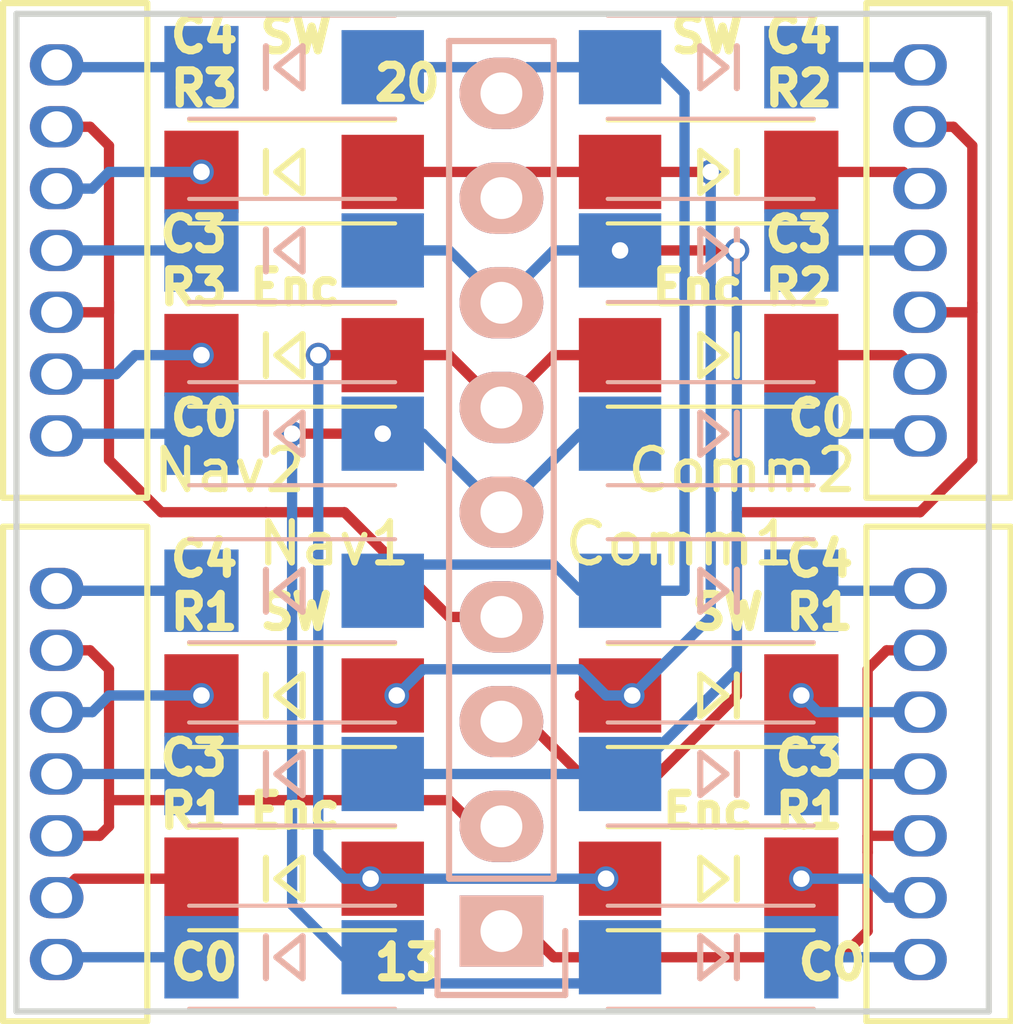
<source format=kicad_pcb>
(kicad_pcb (version 4) (host pcbnew 4.0.4+e1-6308~48~ubuntu14.04.1-stable)

  (general
    (links 48)
    (no_connects 0)
    (area 0 0 0 0)
    (thickness 1.6)
    (drawings 18)
    (tracks 158)
    (zones 0)
    (modules 25)
    (nets 30)
  )

  (page A4)
  (layers
    (0 F.Cu signal)
    (31 B.Cu signal)
    (32 B.Adhes user)
    (33 F.Adhes user)
    (34 B.Paste user)
    (35 F.Paste user)
    (36 B.SilkS user)
    (37 F.SilkS user)
    (38 B.Mask user)
    (39 F.Mask user)
    (40 Dwgs.User user)
    (41 Cmts.User user)
    (42 Eco1.User user)
    (43 Eco2.User user)
    (44 Edge.Cuts user)
    (45 Margin user)
    (46 B.CrtYd user)
    (47 F.CrtYd user)
    (48 B.Fab user)
    (49 F.Fab user)
  )

  (setup
    (last_trace_width 0.25)
    (trace_clearance 0.2)
    (zone_clearance 0.508)
    (zone_45_only no)
    (trace_min 0.2)
    (segment_width 0.2)
    (edge_width 0.15)
    (via_size 0.6)
    (via_drill 0.4)
    (via_min_size 0.4)
    (via_min_drill 0.3)
    (uvia_size 0.3)
    (uvia_drill 0.1)
    (uvias_allowed no)
    (uvia_min_size 0.2)
    (uvia_min_drill 0.1)
    (pcb_text_width 0.3)
    (pcb_text_size 1.5 1.5)
    (mod_edge_width 0.15)
    (mod_text_size 1 1)
    (mod_text_width 0.15)
    (pad_size 1.524 1.524)
    (pad_drill 0.762)
    (pad_to_mask_clearance 0.2)
    (aux_axis_origin 0 0)
    (visible_elements FFFFFF7F)
    (pcbplotparams
      (layerselection 0x00030_80000001)
      (usegerberextensions false)
      (excludeedgelayer true)
      (linewidth 0.100000)
      (plotframeref false)
      (viasonmask false)
      (mode 1)
      (useauxorigin false)
      (hpglpennumber 1)
      (hpglpenspeed 20)
      (hpglpendiameter 15)
      (hpglpenoverlay 2)
      (psnegative false)
      (psa4output false)
      (plotreference true)
      (plotvalue true)
      (plotinvisibletext false)
      (padsonsilk false)
      (subtractmaskfromsilk false)
      (outputformat 1)
      (mirror false)
      (drillshape 1)
      (scaleselection 1)
      (outputdirectory ""))
  )

  (net 0 "")
  (net 1 /C0)
  (net 2 "Net-(D1-Pad1)")
  (net 3 /C1)
  (net 4 "Net-(D2-Pad1)")
  (net 5 /C2)
  (net 6 "Net-(D3-Pad1)")
  (net 7 /C3)
  (net 8 "Net-(D4-Pad1)")
  (net 9 /C4)
  (net 10 "Net-(D5-Pad1)")
  (net 11 "Net-(D6-Pad1)")
  (net 12 "Net-(D7-Pad1)")
  (net 13 "Net-(D8-Pad1)")
  (net 14 "Net-(D9-Pad1)")
  (net 15 "Net-(D10-Pad1)")
  (net 16 "Net-(D11-Pad1)")
  (net 17 "Net-(D12-Pad1)")
  (net 18 "Net-(D13-Pad1)")
  (net 19 "Net-(D14-Pad1)")
  (net 20 "Net-(D15-Pad1)")
  (net 21 "Net-(D16-Pad1)")
  (net 22 "Net-(D17-Pad1)")
  (net 23 "Net-(D18-Pad1)")
  (net 24 "Net-(D19-Pad1)")
  (net 25 "Net-(D20-Pad1)")
  (net 26 /R3)
  (net 27 /R2)
  (net 28 /R1)
  (net 29 /R0)

  (net_class Default "This is the default net class."
    (clearance 0.2)
    (trace_width 0.25)
    (via_dia 0.6)
    (via_drill 0.4)
    (uvia_dia 0.3)
    (uvia_drill 0.1)
    (add_net /C0)
    (add_net /C1)
    (add_net /C2)
    (add_net /C3)
    (add_net /C4)
    (add_net /R0)
    (add_net /R1)
    (add_net /R2)
    (add_net /R3)
    (add_net "Net-(D1-Pad1)")
    (add_net "Net-(D10-Pad1)")
    (add_net "Net-(D11-Pad1)")
    (add_net "Net-(D12-Pad1)")
    (add_net "Net-(D13-Pad1)")
    (add_net "Net-(D14-Pad1)")
    (add_net "Net-(D15-Pad1)")
    (add_net "Net-(D16-Pad1)")
    (add_net "Net-(D17-Pad1)")
    (add_net "Net-(D18-Pad1)")
    (add_net "Net-(D19-Pad1)")
    (add_net "Net-(D2-Pad1)")
    (add_net "Net-(D20-Pad1)")
    (add_net "Net-(D3-Pad1)")
    (add_net "Net-(D4-Pad1)")
    (add_net "Net-(D5-Pad1)")
    (add_net "Net-(D6-Pad1)")
    (add_net "Net-(D7-Pad1)")
    (add_net "Net-(D8-Pad1)")
    (add_net "Net-(D9-Pad1)")
  )

  (module Pin_Headers:Pin_Header_Straight_1x09 (layer B.Cu) (tedit 5817BACD) (tstamp 5816CED0)
    (at 90.17 120.65)
    (descr "Through hole pin header")
    (tags "pin header")
    (path /5816F328)
    (fp_text reference P1 (at -16.51 -18.415 90) (layer B.SilkS) hide
      (effects (font (size 1 1) (thickness 0.15)) (justify mirror))
    )
    (fp_text value Arduino (at -17.145 -13.97 90) (layer B.Fab) hide
      (effects (font (size 1 1) (thickness 0.15)) (justify mirror))
    )
    (fp_line (start -1.75 1.75) (end -1.75 -22.1) (layer B.CrtYd) (width 0.05))
    (fp_line (start 1.75 1.75) (end 1.75 -22.1) (layer B.CrtYd) (width 0.05))
    (fp_line (start -1.75 1.75) (end 1.75 1.75) (layer B.CrtYd) (width 0.05))
    (fp_line (start -1.75 -22.1) (end 1.75 -22.1) (layer B.CrtYd) (width 0.05))
    (fp_line (start 1.27 -1.27) (end 1.27 -21.59) (layer B.SilkS) (width 0.15))
    (fp_line (start 1.27 -21.59) (end -1.27 -21.59) (layer B.SilkS) (width 0.15))
    (fp_line (start -1.27 -21.59) (end -1.27 -1.27) (layer B.SilkS) (width 0.15))
    (fp_line (start 1.55 1.55) (end 1.55 0) (layer B.SilkS) (width 0.15))
    (fp_line (start 1.27 -1.27) (end -1.27 -1.27) (layer B.SilkS) (width 0.15))
    (fp_line (start -1.55 0) (end -1.55 1.55) (layer B.SilkS) (width 0.15))
    (fp_line (start -1.55 1.55) (end 1.55 1.55) (layer B.SilkS) (width 0.15))
    (pad 1 thru_hole rect (at 0 0) (size 2.032 1.7272) (drill 1.016) (layers *.Cu *.Mask B.SilkS)
      (net 29 /R0))
    (pad 2 thru_hole oval (at 0 -2.54) (size 2.032 1.7272) (drill 1.016) (layers *.Cu *.Mask B.SilkS)
      (net 28 /R1))
    (pad 3 thru_hole oval (at 0 -5.08) (size 2.032 1.7272) (drill 1.016) (layers *.Cu *.Mask B.SilkS)
      (net 27 /R2))
    (pad 4 thru_hole oval (at 0 -7.62) (size 2.032 1.7272) (drill 1.016) (layers *.Cu *.Mask B.SilkS)
      (net 26 /R3))
    (pad 5 thru_hole oval (at 0 -10.16) (size 2.032 1.7272) (drill 1.016) (layers *.Cu *.Mask B.SilkS)
      (net 1 /C0))
    (pad 6 thru_hole oval (at 0 -12.7) (size 2.032 1.7272) (drill 1.016) (layers *.Cu *.Mask B.SilkS)
      (net 3 /C1))
    (pad 7 thru_hole oval (at 0 -15.24) (size 2.032 1.7272) (drill 1.016) (layers *.Cu *.Mask B.SilkS)
      (net 5 /C2))
    (pad 8 thru_hole oval (at 0 -17.78) (size 2.032 1.7272) (drill 1.016) (layers *.Cu *.Mask B.SilkS)
      (net 7 /C3))
    (pad 9 thru_hole oval (at 0 -20.32) (size 2.032 1.7272) (drill 1.016) (layers *.Cu *.Mask B.SilkS)
      (net 9 /C4))
    (model Pin_Headers.3dshapes/Pin_Header_Straight_1x09.wrl
      (at (xyz 0 -0.4 0))
      (scale (xyz 1 1 1))
      (rotate (xyz 0 0 90))
    )
  )

  (module custom:Diode_SMD (layer B.Cu) (tedit 5816D960) (tstamp 5816CE51)
    (at 95.25 121.285 180)
    (path /5816F40A)
    (fp_text reference D1 (at 0 -2.54 180) (layer B.SilkS) hide
      (effects (font (size 1 1) (thickness 0.15)) (justify mirror))
    )
    (fp_text value D (at 0 1.27 180) (layer B.Fab) hide
      (effects (font (size 1 1) (thickness 0.15)) (justify mirror))
    )
    (fp_line (start -0.635 0.508) (end -0.635 -0.508) (layer B.SilkS) (width 0.15))
    (fp_line (start -0.381 0) (end 0.254 0.508) (layer B.SilkS) (width 0.15))
    (fp_line (start 0.254 0.508) (end 0.254 -0.508) (layer B.SilkS) (width 0.15))
    (fp_line (start 0.254 -0.508) (end -0.381 0) (layer B.SilkS) (width 0.15))
    (fp_line (start -2.5 -1.25) (end 2.5 -1.25) (layer B.SilkS) (width 0.1))
    (fp_line (start -2.5 1.25) (end 2.5 1.25) (layer B.SilkS) (width 0.1))
    (pad 2 smd rect (at 2.2 0 180) (size 2 1.8) (layers B.Cu B.Paste B.Mask)
      (net 1 /C0))
    (pad 1 smd rect (at -2.2 0 180) (size 1.8 2) (layers B.Cu B.Paste B.Mask)
      (net 2 "Net-(D1-Pad1)"))
  )

  (module custom:Diode_SMD (layer F.Cu) (tedit 5816D950) (tstamp 5816CE57)
    (at 95.25 119.38 180)
    (path /5816F436)
    (fp_text reference D2 (at 0 2.54 180) (layer F.SilkS) hide
      (effects (font (size 1 1) (thickness 0.15)))
    )
    (fp_text value D (at 0 -1.27 180) (layer F.Fab) hide
      (effects (font (size 1 1) (thickness 0.15)))
    )
    (fp_line (start -0.635 -0.508) (end -0.635 0.508) (layer F.SilkS) (width 0.15))
    (fp_line (start -0.381 0) (end 0.254 -0.508) (layer F.SilkS) (width 0.15))
    (fp_line (start 0.254 -0.508) (end 0.254 0.508) (layer F.SilkS) (width 0.15))
    (fp_line (start 0.254 0.508) (end -0.381 0) (layer F.SilkS) (width 0.15))
    (fp_line (start -2.5 1.25) (end 2.5 1.25) (layer F.SilkS) (width 0.1))
    (fp_line (start -2.5 -1.25) (end 2.5 -1.25) (layer F.SilkS) (width 0.1))
    (pad 2 smd rect (at 2.2 0 180) (size 2 1.8) (layers F.Cu F.Paste F.Mask)
      (net 3 /C1))
    (pad 1 smd rect (at -2.2 0 180) (size 1.8 2) (layers F.Cu F.Paste F.Mask)
      (net 4 "Net-(D2-Pad1)"))
  )

  (module custom:Diode_SMD (layer B.Cu) (tedit 5816D947) (tstamp 5816CE5D)
    (at 95.25 116.84 180)
    (path /5816F45A)
    (fp_text reference D3 (at 0 -2.54 180) (layer B.SilkS) hide
      (effects (font (size 1 1) (thickness 0.15)) (justify mirror))
    )
    (fp_text value D (at 0 1.27 180) (layer B.Fab) hide
      (effects (font (size 1 1) (thickness 0.15)) (justify mirror))
    )
    (fp_line (start -0.635 0.508) (end -0.635 -0.508) (layer B.SilkS) (width 0.15))
    (fp_line (start -0.381 0) (end 0.254 0.508) (layer B.SilkS) (width 0.15))
    (fp_line (start 0.254 0.508) (end 0.254 -0.508) (layer B.SilkS) (width 0.15))
    (fp_line (start 0.254 -0.508) (end -0.381 0) (layer B.SilkS) (width 0.15))
    (fp_line (start -2.5 -1.25) (end 2.5 -1.25) (layer B.SilkS) (width 0.1))
    (fp_line (start -2.5 1.25) (end 2.5 1.25) (layer B.SilkS) (width 0.1))
    (pad 2 smd rect (at 2.2 0 180) (size 2 1.8) (layers B.Cu B.Paste B.Mask)
      (net 5 /C2))
    (pad 1 smd rect (at -2.2 0 180) (size 1.8 2) (layers B.Cu B.Paste B.Mask)
      (net 6 "Net-(D3-Pad1)"))
  )

  (module custom:Diode_SMD (layer F.Cu) (tedit 5816D936) (tstamp 5816CE63)
    (at 95.25 114.935 180)
    (path /5816F481)
    (fp_text reference D4 (at 0 2.54 180) (layer F.SilkS) hide
      (effects (font (size 1 1) (thickness 0.15)))
    )
    (fp_text value D (at 0 -1.27 180) (layer F.Fab) hide
      (effects (font (size 1 1) (thickness 0.15)))
    )
    (fp_line (start -0.635 -0.508) (end -0.635 0.508) (layer F.SilkS) (width 0.15))
    (fp_line (start -0.381 0) (end 0.254 -0.508) (layer F.SilkS) (width 0.15))
    (fp_line (start 0.254 -0.508) (end 0.254 0.508) (layer F.SilkS) (width 0.15))
    (fp_line (start 0.254 0.508) (end -0.381 0) (layer F.SilkS) (width 0.15))
    (fp_line (start -2.5 1.25) (end 2.5 1.25) (layer F.SilkS) (width 0.1))
    (fp_line (start -2.5 -1.25) (end 2.5 -1.25) (layer F.SilkS) (width 0.1))
    (pad 2 smd rect (at 2.2 0 180) (size 2 1.8) (layers F.Cu F.Paste F.Mask)
      (net 7 /C3))
    (pad 1 smd rect (at -2.2 0 180) (size 1.8 2) (layers F.Cu F.Paste F.Mask)
      (net 8 "Net-(D4-Pad1)"))
  )

  (module custom:Diode_SMD (layer B.Cu) (tedit 5816D967) (tstamp 5816CE69)
    (at 95.25 112.395 180)
    (path /5816F5A2)
    (fp_text reference D5 (at 0 -2.54 180) (layer B.SilkS) hide
      (effects (font (size 1 1) (thickness 0.15)) (justify mirror))
    )
    (fp_text value D (at 0 1.27 180) (layer B.Fab) hide
      (effects (font (size 1 1) (thickness 0.15)) (justify mirror))
    )
    (fp_line (start -0.635 0.508) (end -0.635 -0.508) (layer B.SilkS) (width 0.15))
    (fp_line (start -0.381 0) (end 0.254 0.508) (layer B.SilkS) (width 0.15))
    (fp_line (start 0.254 0.508) (end 0.254 -0.508) (layer B.SilkS) (width 0.15))
    (fp_line (start 0.254 -0.508) (end -0.381 0) (layer B.SilkS) (width 0.15))
    (fp_line (start -2.5 -1.25) (end 2.5 -1.25) (layer B.SilkS) (width 0.1))
    (fp_line (start -2.5 1.25) (end 2.5 1.25) (layer B.SilkS) (width 0.1))
    (pad 2 smd rect (at 2.2 0 180) (size 2 1.8) (layers B.Cu B.Paste B.Mask)
      (net 9 /C4))
    (pad 1 smd rect (at -2.2 0 180) (size 1.8 2) (layers B.Cu B.Paste B.Mask)
      (net 10 "Net-(D5-Pad1)"))
  )

  (module custom:Diode_SMD (layer B.Cu) (tedit 5816D9C2) (tstamp 5816CE6F)
    (at 85.09 121.285)
    (path /5817C0A3)
    (fp_text reference D6 (at 0 -2.54) (layer B.SilkS) hide
      (effects (font (size 1 1) (thickness 0.15)) (justify mirror))
    )
    (fp_text value D (at 0 1.27) (layer B.Fab) hide
      (effects (font (size 1 1) (thickness 0.15)) (justify mirror))
    )
    (fp_line (start -0.635 0.508) (end -0.635 -0.508) (layer B.SilkS) (width 0.15))
    (fp_line (start -0.381 0) (end 0.254 0.508) (layer B.SilkS) (width 0.15))
    (fp_line (start 0.254 0.508) (end 0.254 -0.508) (layer B.SilkS) (width 0.15))
    (fp_line (start 0.254 -0.508) (end -0.381 0) (layer B.SilkS) (width 0.15))
    (fp_line (start -2.5 -1.25) (end 2.5 -1.25) (layer B.SilkS) (width 0.1))
    (fp_line (start -2.5 1.25) (end 2.5 1.25) (layer B.SilkS) (width 0.1))
    (pad 2 smd rect (at 2.2 0) (size 2 1.8) (layers B.Cu B.Paste B.Mask)
      (net 1 /C0))
    (pad 1 smd rect (at -2.2 0) (size 1.8 2) (layers B.Cu B.Paste B.Mask)
      (net 11 "Net-(D6-Pad1)"))
  )

  (module custom:Diode_SMD (layer F.Cu) (tedit 5816D9BE) (tstamp 5816CE75)
    (at 85.09 119.38)
    (path /5817C0A9)
    (fp_text reference D7 (at 0 2.54) (layer F.SilkS) hide
      (effects (font (size 1 1) (thickness 0.15)))
    )
    (fp_text value D (at 0 -1.27) (layer F.Fab) hide
      (effects (font (size 1 1) (thickness 0.15)))
    )
    (fp_line (start -0.635 -0.508) (end -0.635 0.508) (layer F.SilkS) (width 0.15))
    (fp_line (start -0.381 0) (end 0.254 -0.508) (layer F.SilkS) (width 0.15))
    (fp_line (start 0.254 -0.508) (end 0.254 0.508) (layer F.SilkS) (width 0.15))
    (fp_line (start 0.254 0.508) (end -0.381 0) (layer F.SilkS) (width 0.15))
    (fp_line (start -2.5 1.25) (end 2.5 1.25) (layer F.SilkS) (width 0.1))
    (fp_line (start -2.5 -1.25) (end 2.5 -1.25) (layer F.SilkS) (width 0.1))
    (pad 2 smd rect (at 2.2 0) (size 2 1.8) (layers F.Cu F.Paste F.Mask)
      (net 3 /C1))
    (pad 1 smd rect (at -2.2 0) (size 1.8 2) (layers F.Cu F.Paste F.Mask)
      (net 12 "Net-(D7-Pad1)"))
  )

  (module custom:Diode_SMD (layer B.Cu) (tedit 5816D9B3) (tstamp 5816CE7B)
    (at 85.09 116.84)
    (path /5817C0AF)
    (fp_text reference D8 (at 0 -2.54) (layer B.SilkS) hide
      (effects (font (size 1 1) (thickness 0.15)) (justify mirror))
    )
    (fp_text value D (at 0 1.27) (layer B.Fab) hide
      (effects (font (size 1 1) (thickness 0.15)) (justify mirror))
    )
    (fp_line (start -0.635 0.508) (end -0.635 -0.508) (layer B.SilkS) (width 0.15))
    (fp_line (start -0.381 0) (end 0.254 0.508) (layer B.SilkS) (width 0.15))
    (fp_line (start 0.254 0.508) (end 0.254 -0.508) (layer B.SilkS) (width 0.15))
    (fp_line (start 0.254 -0.508) (end -0.381 0) (layer B.SilkS) (width 0.15))
    (fp_line (start -2.5 -1.25) (end 2.5 -1.25) (layer B.SilkS) (width 0.1))
    (fp_line (start -2.5 1.25) (end 2.5 1.25) (layer B.SilkS) (width 0.1))
    (pad 2 smd rect (at 2.2 0) (size 2 1.8) (layers B.Cu B.Paste B.Mask)
      (net 5 /C2))
    (pad 1 smd rect (at -2.2 0) (size 1.8 2) (layers B.Cu B.Paste B.Mask)
      (net 13 "Net-(D8-Pad1)"))
  )

  (module custom:Diode_SMD (layer F.Cu) (tedit 5816D9AF) (tstamp 5816CE81)
    (at 85.09 114.935)
    (path /5817C0B5)
    (fp_text reference D9 (at 0 2.54) (layer F.SilkS) hide
      (effects (font (size 1 1) (thickness 0.15)))
    )
    (fp_text value D (at 0 -1.27) (layer F.Fab) hide
      (effects (font (size 1 1) (thickness 0.15)))
    )
    (fp_line (start -0.635 -0.508) (end -0.635 0.508) (layer F.SilkS) (width 0.15))
    (fp_line (start -0.381 0) (end 0.254 -0.508) (layer F.SilkS) (width 0.15))
    (fp_line (start 0.254 -0.508) (end 0.254 0.508) (layer F.SilkS) (width 0.15))
    (fp_line (start 0.254 0.508) (end -0.381 0) (layer F.SilkS) (width 0.15))
    (fp_line (start -2.5 1.25) (end 2.5 1.25) (layer F.SilkS) (width 0.1))
    (fp_line (start -2.5 -1.25) (end 2.5 -1.25) (layer F.SilkS) (width 0.1))
    (pad 2 smd rect (at 2.2 0) (size 2 1.8) (layers F.Cu F.Paste F.Mask)
      (net 7 /C3))
    (pad 1 smd rect (at -2.2 0) (size 1.8 2) (layers F.Cu F.Paste F.Mask)
      (net 14 "Net-(D9-Pad1)"))
  )

  (module custom:Diode_SMD (layer B.Cu) (tedit 5816D9CF) (tstamp 5816CE87)
    (at 85.09 112.395)
    (path /5817C0BF)
    (fp_text reference D10 (at 0 -2.54) (layer B.SilkS) hide
      (effects (font (size 1 1) (thickness 0.15)) (justify mirror))
    )
    (fp_text value D (at 0 1.27) (layer B.Fab) hide
      (effects (font (size 1 1) (thickness 0.15)) (justify mirror))
    )
    (fp_line (start -0.635 0.508) (end -0.635 -0.508) (layer B.SilkS) (width 0.15))
    (fp_line (start -0.381 0) (end 0.254 0.508) (layer B.SilkS) (width 0.15))
    (fp_line (start 0.254 0.508) (end 0.254 -0.508) (layer B.SilkS) (width 0.15))
    (fp_line (start 0.254 -0.508) (end -0.381 0) (layer B.SilkS) (width 0.15))
    (fp_line (start -2.5 -1.25) (end 2.5 -1.25) (layer B.SilkS) (width 0.1))
    (fp_line (start -2.5 1.25) (end 2.5 1.25) (layer B.SilkS) (width 0.1))
    (pad 2 smd rect (at 2.2 0) (size 2 1.8) (layers B.Cu B.Paste B.Mask)
      (net 9 /C4))
    (pad 1 smd rect (at -2.2 0) (size 1.8 2) (layers B.Cu B.Paste B.Mask)
      (net 15 "Net-(D10-Pad1)"))
  )

  (module custom:Diode_SMD (layer B.Cu) (tedit 5816D97D) (tstamp 5816CE8D)
    (at 95.25 108.585 180)
    (path /5817BBDD)
    (fp_text reference D11 (at 0 -2.54 180) (layer B.SilkS) hide
      (effects (font (size 1 1) (thickness 0.15)) (justify mirror))
    )
    (fp_text value D (at 0 1.27 180) (layer B.Fab) hide
      (effects (font (size 1 1) (thickness 0.15)) (justify mirror))
    )
    (fp_line (start -0.635 0.508) (end -0.635 -0.508) (layer B.SilkS) (width 0.15))
    (fp_line (start -0.381 0) (end 0.254 0.508) (layer B.SilkS) (width 0.15))
    (fp_line (start 0.254 0.508) (end 0.254 -0.508) (layer B.SilkS) (width 0.15))
    (fp_line (start 0.254 -0.508) (end -0.381 0) (layer B.SilkS) (width 0.15))
    (fp_line (start -2.5 -1.25) (end 2.5 -1.25) (layer B.SilkS) (width 0.1))
    (fp_line (start -2.5 1.25) (end 2.5 1.25) (layer B.SilkS) (width 0.1))
    (pad 2 smd rect (at 2.2 0 180) (size 2 1.8) (layers B.Cu B.Paste B.Mask)
      (net 1 /C0))
    (pad 1 smd rect (at -2.2 0 180) (size 1.8 2) (layers B.Cu B.Paste B.Mask)
      (net 16 "Net-(D11-Pad1)"))
  )

  (module custom:Diode_SMD (layer F.Cu) (tedit 5816DF58) (tstamp 5816CE93)
    (at 95.25 106.68 180)
    (path /5817BBE3)
    (fp_text reference D12 (at 0 2.54 180) (layer F.SilkS) hide
      (effects (font (size 1 1) (thickness 0.15)))
    )
    (fp_text value D (at 0 -1.27 180) (layer F.Fab) hide
      (effects (font (size 1 1) (thickness 0.15)))
    )
    (fp_line (start -0.635 -0.508) (end -0.635 0.508) (layer F.SilkS) (width 0.15))
    (fp_line (start -0.381 0) (end 0.254 -0.508) (layer F.SilkS) (width 0.15))
    (fp_line (start 0.254 -0.508) (end 0.254 0.508) (layer F.SilkS) (width 0.15))
    (fp_line (start 0.254 0.508) (end -0.381 0) (layer F.SilkS) (width 0.15))
    (fp_line (start -2.5 1.25) (end 2.5 1.25) (layer F.SilkS) (width 0.1))
    (fp_line (start -2.5 -1.25) (end 2.5 -1.25) (layer F.SilkS) (width 0.1))
    (pad 2 smd rect (at 2.2 0 180) (size 2 1.8) (layers F.Cu F.Paste F.Mask)
      (net 3 /C1))
    (pad 1 smd rect (at -2.2 0 180) (size 1.8 2) (layers F.Cu F.Paste F.Mask)
      (net 17 "Net-(D12-Pad1)"))
  )

  (module custom:Diode_SMD (layer B.Cu) (tedit 5816DF53) (tstamp 5816CE99)
    (at 95.25 104.14 180)
    (path /5817BBE9)
    (fp_text reference D13 (at 2.54 -17.78 180) (layer B.SilkS) hide
      (effects (font (size 1 1) (thickness 0.15)) (justify mirror))
    )
    (fp_text value D (at 0 1.27 180) (layer B.Fab) hide
      (effects (font (size 1 1) (thickness 0.15)) (justify mirror))
    )
    (fp_line (start -0.635 0.508) (end -0.635 -0.508) (layer B.SilkS) (width 0.15))
    (fp_line (start -0.381 0) (end 0.254 0.508) (layer B.SilkS) (width 0.15))
    (fp_line (start 0.254 0.508) (end 0.254 -0.508) (layer B.SilkS) (width 0.15))
    (fp_line (start 0.254 -0.508) (end -0.381 0) (layer B.SilkS) (width 0.15))
    (fp_line (start -2.5 -1.25) (end 2.5 -1.25) (layer B.SilkS) (width 0.1))
    (fp_line (start -2.5 1.25) (end 2.5 1.25) (layer B.SilkS) (width 0.1))
    (pad 2 smd rect (at 2.2 0 180) (size 2 1.8) (layers B.Cu B.Paste B.Mask)
      (net 5 /C2))
    (pad 1 smd rect (at -2.2 0 180) (size 1.8 2) (layers B.Cu B.Paste B.Mask)
      (net 18 "Net-(D13-Pad1)"))
  )

  (module custom:Diode_SMD (layer F.Cu) (tedit 5816D96C) (tstamp 5816CE9F)
    (at 95.25 102.235 180)
    (path /5817BBEF)
    (fp_text reference D14 (at 0 2.54 180) (layer F.SilkS) hide
      (effects (font (size 1 1) (thickness 0.15)))
    )
    (fp_text value D (at 0 -1.27 180) (layer F.Fab) hide
      (effects (font (size 1 1) (thickness 0.15)))
    )
    (fp_line (start -0.635 -0.508) (end -0.635 0.508) (layer F.SilkS) (width 0.15))
    (fp_line (start -0.381 0) (end 0.254 -0.508) (layer F.SilkS) (width 0.15))
    (fp_line (start 0.254 -0.508) (end 0.254 0.508) (layer F.SilkS) (width 0.15))
    (fp_line (start 0.254 0.508) (end -0.381 0) (layer F.SilkS) (width 0.15))
    (fp_line (start -2.5 1.25) (end 2.5 1.25) (layer F.SilkS) (width 0.1))
    (fp_line (start -2.5 -1.25) (end 2.5 -1.25) (layer F.SilkS) (width 0.1))
    (pad 2 smd rect (at 2.2 0 180) (size 2 1.8) (layers F.Cu F.Paste F.Mask)
      (net 7 /C3))
    (pad 1 smd rect (at -2.2 0 180) (size 1.8 2) (layers F.Cu F.Paste F.Mask)
      (net 19 "Net-(D14-Pad1)"))
  )

  (module custom:Diode_SMD (layer B.Cu) (tedit 5816D994) (tstamp 5816CEA5)
    (at 95.25 99.695 180)
    (path /5817BBF9)
    (fp_text reference D15 (at 0 -2.54 180) (layer B.SilkS) hide
      (effects (font (size 1 1) (thickness 0.15)) (justify mirror))
    )
    (fp_text value D (at 0 1.27 180) (layer B.Fab) hide
      (effects (font (size 1 1) (thickness 0.15)) (justify mirror))
    )
    (fp_line (start -0.635 0.508) (end -0.635 -0.508) (layer B.SilkS) (width 0.15))
    (fp_line (start -0.381 0) (end 0.254 0.508) (layer B.SilkS) (width 0.15))
    (fp_line (start 0.254 0.508) (end 0.254 -0.508) (layer B.SilkS) (width 0.15))
    (fp_line (start 0.254 -0.508) (end -0.381 0) (layer B.SilkS) (width 0.15))
    (fp_line (start -2.5 -1.25) (end 2.5 -1.25) (layer B.SilkS) (width 0.1))
    (fp_line (start -2.5 1.25) (end 2.5 1.25) (layer B.SilkS) (width 0.1))
    (pad 2 smd rect (at 2.2 0 180) (size 2 1.8) (layers B.Cu B.Paste B.Mask)
      (net 9 /C4))
    (pad 1 smd rect (at -2.2 0 180) (size 1.8 2) (layers B.Cu B.Paste B.Mask)
      (net 20 "Net-(D15-Pad1)"))
  )

  (module custom:Diode_SMD (layer B.Cu) (tedit 5816D9EC) (tstamp 5816CEAB)
    (at 85.09 108.585)
    (path /5817D107)
    (fp_text reference D16 (at 0 -2.54) (layer B.SilkS) hide
      (effects (font (size 1 1) (thickness 0.15)) (justify mirror))
    )
    (fp_text value D (at 0 1.27) (layer B.Fab) hide
      (effects (font (size 1 1) (thickness 0.15)) (justify mirror))
    )
    (fp_line (start -0.635 0.508) (end -0.635 -0.508) (layer B.SilkS) (width 0.15))
    (fp_line (start -0.381 0) (end 0.254 0.508) (layer B.SilkS) (width 0.15))
    (fp_line (start 0.254 0.508) (end 0.254 -0.508) (layer B.SilkS) (width 0.15))
    (fp_line (start 0.254 -0.508) (end -0.381 0) (layer B.SilkS) (width 0.15))
    (fp_line (start -2.5 -1.25) (end 2.5 -1.25) (layer B.SilkS) (width 0.1))
    (fp_line (start -2.5 1.25) (end 2.5 1.25) (layer B.SilkS) (width 0.1))
    (pad 2 smd rect (at 2.2 0) (size 2 1.8) (layers B.Cu B.Paste B.Mask)
      (net 1 /C0))
    (pad 1 smd rect (at -2.2 0) (size 1.8 2) (layers B.Cu B.Paste B.Mask)
      (net 21 "Net-(D16-Pad1)"))
  )

  (module custom:Diode_SMD (layer F.Cu) (tedit 5816D9E8) (tstamp 5816CEB1)
    (at 85.09 106.68)
    (path /5817D10D)
    (fp_text reference D17 (at 0 2.54) (layer F.SilkS) hide
      (effects (font (size 1 1) (thickness 0.15)))
    )
    (fp_text value D (at 0 -1.27) (layer F.Fab) hide
      (effects (font (size 1 1) (thickness 0.15)))
    )
    (fp_line (start -0.635 -0.508) (end -0.635 0.508) (layer F.SilkS) (width 0.15))
    (fp_line (start -0.381 0) (end 0.254 -0.508) (layer F.SilkS) (width 0.15))
    (fp_line (start 0.254 -0.508) (end 0.254 0.508) (layer F.SilkS) (width 0.15))
    (fp_line (start 0.254 0.508) (end -0.381 0) (layer F.SilkS) (width 0.15))
    (fp_line (start -2.5 1.25) (end 2.5 1.25) (layer F.SilkS) (width 0.1))
    (fp_line (start -2.5 -1.25) (end 2.5 -1.25) (layer F.SilkS) (width 0.1))
    (pad 2 smd rect (at 2.2 0) (size 2 1.8) (layers F.Cu F.Paste F.Mask)
      (net 3 /C1))
    (pad 1 smd rect (at -2.2 0) (size 1.8 2) (layers F.Cu F.Paste F.Mask)
      (net 22 "Net-(D17-Pad1)"))
  )

  (module custom:Diode_SMD (layer B.Cu) (tedit 5816D9DD) (tstamp 5816CEB7)
    (at 85.09 104.14)
    (path /5817D113)
    (fp_text reference D18 (at 0 -2.54) (layer B.SilkS) hide
      (effects (font (size 1 1) (thickness 0.15)) (justify mirror))
    )
    (fp_text value D (at 0 1.27) (layer B.Fab) hide
      (effects (font (size 1 1) (thickness 0.15)) (justify mirror))
    )
    (fp_line (start -0.635 0.508) (end -0.635 -0.508) (layer B.SilkS) (width 0.15))
    (fp_line (start -0.381 0) (end 0.254 0.508) (layer B.SilkS) (width 0.15))
    (fp_line (start 0.254 0.508) (end 0.254 -0.508) (layer B.SilkS) (width 0.15))
    (fp_line (start 0.254 -0.508) (end -0.381 0) (layer B.SilkS) (width 0.15))
    (fp_line (start -2.5 -1.25) (end 2.5 -1.25) (layer B.SilkS) (width 0.1))
    (fp_line (start -2.5 1.25) (end 2.5 1.25) (layer B.SilkS) (width 0.1))
    (pad 2 smd rect (at 2.2 0) (size 2 1.8) (layers B.Cu B.Paste B.Mask)
      (net 5 /C2))
    (pad 1 smd rect (at -2.2 0) (size 1.8 2) (layers B.Cu B.Paste B.Mask)
      (net 23 "Net-(D18-Pad1)"))
  )

  (module custom:Diode_SMD (layer F.Cu) (tedit 5816D9D6) (tstamp 5816CEBD)
    (at 85.09 102.235)
    (path /5817D119)
    (fp_text reference D19 (at 0 2.54) (layer F.SilkS) hide
      (effects (font (size 1 1) (thickness 0.15)))
    )
    (fp_text value D (at 0 -1.27) (layer F.Fab) hide
      (effects (font (size 1 1) (thickness 0.15)))
    )
    (fp_line (start -0.635 -0.508) (end -0.635 0.508) (layer F.SilkS) (width 0.15))
    (fp_line (start -0.381 0) (end 0.254 -0.508) (layer F.SilkS) (width 0.15))
    (fp_line (start 0.254 -0.508) (end 0.254 0.508) (layer F.SilkS) (width 0.15))
    (fp_line (start 0.254 0.508) (end -0.381 0) (layer F.SilkS) (width 0.15))
    (fp_line (start -2.5 1.25) (end 2.5 1.25) (layer F.SilkS) (width 0.1))
    (fp_line (start -2.5 -1.25) (end 2.5 -1.25) (layer F.SilkS) (width 0.1))
    (pad 2 smd rect (at 2.2 0) (size 2 1.8) (layers F.Cu F.Paste F.Mask)
      (net 7 /C3))
    (pad 1 smd rect (at -2.2 0) (size 1.8 2) (layers F.Cu F.Paste F.Mask)
      (net 24 "Net-(D19-Pad1)"))
  )

  (module custom:Diode_SMD (layer B.Cu) (tedit 5816D9F3) (tstamp 5816CEC3)
    (at 85.09 99.695)
    (path /5817D123)
    (fp_text reference D20 (at 0 -2.54) (layer B.SilkS) hide
      (effects (font (size 1 1) (thickness 0.15)) (justify mirror))
    )
    (fp_text value D (at 0 1.27) (layer B.Fab) hide
      (effects (font (size 1 1) (thickness 0.15)) (justify mirror))
    )
    (fp_line (start -0.635 0.508) (end -0.635 -0.508) (layer B.SilkS) (width 0.15))
    (fp_line (start -0.381 0) (end 0.254 0.508) (layer B.SilkS) (width 0.15))
    (fp_line (start 0.254 0.508) (end 0.254 -0.508) (layer B.SilkS) (width 0.15))
    (fp_line (start 0.254 -0.508) (end -0.381 0) (layer B.SilkS) (width 0.15))
    (fp_line (start -2.5 -1.25) (end 2.5 -1.25) (layer B.SilkS) (width 0.1))
    (fp_line (start -2.5 1.25) (end 2.5 1.25) (layer B.SilkS) (width 0.1))
    (pad 2 smd rect (at 2.2 0) (size 2 1.8) (layers B.Cu B.Paste B.Mask)
      (net 9 /C4))
    (pad 1 smd rect (at -2.2 0) (size 1.8 2) (layers B.Cu B.Paste B.Mask)
      (net 25 "Net-(D20-Pad1)"))
  )

  (module custom:B7B-ZR (layer F.Cu) (tedit 5817BA8B) (tstamp 5817AF04)
    (at 100.33 116.84 90)
    (descr "JST-ZH Top Through Hole 7 pin")
    (tags "B7B-ZR(LF)(SN)")
    (path /5817A53C)
    (fp_text reference P2 (at -1.905 3.175 90) (layer F.SilkS) hide
      (effects (font (size 1 1) (thickness 0.15)))
    )
    (fp_text value Comm1 (at 5.588 -5.842 180) (layer F.SilkS)
      (effects (font (size 1 1) (thickness 0.15)))
    )
    (fp_line (start -6 2.2) (end 6 2.2) (layer F.SilkS) (width 0.15))
    (fp_line (start 6 2.2) (end 6 -1.3) (layer F.SilkS) (width 0.15))
    (fp_line (start 6 -1.3) (end -6 -1.3) (layer F.SilkS) (width 0.15))
    (fp_line (start -6 -1.3) (end -6 2.2) (layer F.SilkS) (width 0.15))
    (pad 1 thru_hole oval (at -4.5 0 90) (size 1 1.3) (drill 0.75) (layers *.Cu *.Mask F.Paste)
      (net 2 "Net-(D1-Pad1)"))
    (pad 2 thru_hole oval (at -3 0 90) (size 1 1.3) (drill 0.75) (layers *.Cu *.Mask F.Paste)
      (net 4 "Net-(D2-Pad1)"))
    (pad 3 thru_hole oval (at -1.5 0 90) (size 1 1.3) (drill 0.75) (layers *.Cu *.Mask F.Paste)
      (net 29 /R0))
    (pad 7 thru_hole oval (at 4.5 0 90) (size 1 1.3) (drill 0.75) (layers *.Cu *.Mask F.Paste)
      (net 10 "Net-(D5-Pad1)"))
    (pad 6 thru_hole oval (at 3 0 90) (size 1 1.3) (drill 0.75) (layers *.Cu *.Mask F.Paste)
      (net 29 /R0))
    (pad 5 thru_hole oval (at 1.5 0 90) (size 1 1.3) (drill 0.75) (layers *.Cu *.Mask F.Paste)
      (net 8 "Net-(D4-Pad1)"))
    (pad 4 thru_hole oval (at 0 0 90) (size 1 1.3) (drill 0.75) (layers *.Cu *.Mask F.Paste)
      (net 6 "Net-(D3-Pad1)"))
  )

  (module custom:B7B-ZR (layer F.Cu) (tedit 5817BAAD) (tstamp 5817AF12)
    (at 79.375 116.84 90)
    (descr "JST-ZH Top Through Hole 7 pin")
    (tags "B7B-ZR(LF)(SN)")
    (path /5817C0C7)
    (fp_text reference P3 (at -3 -2 90) (layer F.SilkS) hide
      (effects (font (size 1 1) (thickness 0.15)))
    )
    (fp_text value Nav1 (at 5.588 6.731 180) (layer F.SilkS)
      (effects (font (size 1 1) (thickness 0.15)))
    )
    (fp_line (start -6 2.2) (end 6 2.2) (layer F.SilkS) (width 0.15))
    (fp_line (start 6 2.2) (end 6 -1.3) (layer F.SilkS) (width 0.15))
    (fp_line (start 6 -1.3) (end -6 -1.3) (layer F.SilkS) (width 0.15))
    (fp_line (start -6 -1.3) (end -6 2.2) (layer F.SilkS) (width 0.15))
    (pad 1 thru_hole oval (at -4.5 0 90) (size 1 1.3) (drill 0.75) (layers *.Cu *.Mask F.Paste)
      (net 11 "Net-(D6-Pad1)"))
    (pad 2 thru_hole oval (at -3 0 90) (size 1 1.3) (drill 0.75) (layers *.Cu *.Mask F.Paste)
      (net 12 "Net-(D7-Pad1)"))
    (pad 3 thru_hole oval (at -1.5 0 90) (size 1 1.3) (drill 0.75) (layers *.Cu *.Mask F.Paste)
      (net 28 /R1))
    (pad 7 thru_hole oval (at 4.5 0 90) (size 1 1.3) (drill 0.75) (layers *.Cu *.Mask F.Paste)
      (net 15 "Net-(D10-Pad1)"))
    (pad 6 thru_hole oval (at 3 0 90) (size 1 1.3) (drill 0.75) (layers *.Cu *.Mask F.Paste)
      (net 28 /R1))
    (pad 5 thru_hole oval (at 1.5 0 90) (size 1 1.3) (drill 0.75) (layers *.Cu *.Mask F.Paste)
      (net 14 "Net-(D9-Pad1)"))
    (pad 4 thru_hole oval (at 0 0 90) (size 1 1.3) (drill 0.75) (layers *.Cu *.Mask F.Paste)
      (net 13 "Net-(D8-Pad1)"))
  )

  (module custom:B7B-ZR (layer F.Cu) (tedit 5817B8AE) (tstamp 5817AF20)
    (at 100.33 104.14 90)
    (descr "JST-ZH Top Through Hole 7 pin")
    (tags "B7B-ZR(LF)(SN)")
    (path /5817BC01)
    (fp_text reference P4 (at -2.54 3.175 90) (layer F.SilkS) hide
      (effects (font (size 1 1) (thickness 0.15)))
    )
    (fp_text value Comm2 (at -5.334 -4.318 180) (layer F.SilkS)
      (effects (font (size 1 1) (thickness 0.15)))
    )
    (fp_line (start -6 2.2) (end 6 2.2) (layer F.SilkS) (width 0.15))
    (fp_line (start 6 2.2) (end 6 -1.3) (layer F.SilkS) (width 0.15))
    (fp_line (start 6 -1.3) (end -6 -1.3) (layer F.SilkS) (width 0.15))
    (fp_line (start -6 -1.3) (end -6 2.2) (layer F.SilkS) (width 0.15))
    (pad 1 thru_hole oval (at -4.5 0 90) (size 1 1.3) (drill 0.75) (layers *.Cu *.Mask F.Paste)
      (net 16 "Net-(D11-Pad1)"))
    (pad 2 thru_hole oval (at -3 0 90) (size 1 1.3) (drill 0.75) (layers *.Cu *.Mask F.Paste)
      (net 17 "Net-(D12-Pad1)"))
    (pad 3 thru_hole oval (at -1.5 0 90) (size 1 1.3) (drill 0.75) (layers *.Cu *.Mask F.Paste)
      (net 27 /R2))
    (pad 7 thru_hole oval (at 4.5 0 90) (size 1 1.3) (drill 0.75) (layers *.Cu *.Mask F.Paste)
      (net 20 "Net-(D15-Pad1)"))
    (pad 6 thru_hole oval (at 3 0 90) (size 1 1.3) (drill 0.75) (layers *.Cu *.Mask F.Paste)
      (net 27 /R2))
    (pad 5 thru_hole oval (at 1.5 0 90) (size 1 1.3) (drill 0.75) (layers *.Cu *.Mask F.Paste)
      (net 19 "Net-(D14-Pad1)"))
    (pad 4 thru_hole oval (at 0 0 90) (size 1 1.3) (drill 0.75) (layers *.Cu *.Mask F.Paste)
      (net 18 "Net-(D13-Pad1)"))
  )

  (module custom:B7B-ZR (layer F.Cu) (tedit 5817B77E) (tstamp 5817AF2E)
    (at 79.375 104.14 90)
    (descr "JST-ZH Top Through Hole 7 pin")
    (tags "B7B-ZR(LF)(SN)")
    (path /5817D12B)
    (fp_text reference P5 (at -3 -2 90) (layer F.SilkS) hide
      (effects (font (size 1 1) (thickness 0.15)))
    )
    (fp_text value Nav2 (at -5.334 4.191 180) (layer F.SilkS)
      (effects (font (size 1 1) (thickness 0.15)))
    )
    (fp_line (start -6 2.2) (end 6 2.2) (layer F.SilkS) (width 0.15))
    (fp_line (start 6 2.2) (end 6 -1.3) (layer F.SilkS) (width 0.15))
    (fp_line (start 6 -1.3) (end -6 -1.3) (layer F.SilkS) (width 0.15))
    (fp_line (start -6 -1.3) (end -6 2.2) (layer F.SilkS) (width 0.15))
    (pad 1 thru_hole oval (at -4.5 0 90) (size 1 1.3) (drill 0.75) (layers *.Cu *.Mask F.Paste)
      (net 21 "Net-(D16-Pad1)"))
    (pad 2 thru_hole oval (at -3 0 90) (size 1 1.3) (drill 0.75) (layers *.Cu *.Mask F.Paste)
      (net 22 "Net-(D17-Pad1)"))
    (pad 3 thru_hole oval (at -1.5 0 90) (size 1 1.3) (drill 0.75) (layers *.Cu *.Mask F.Paste)
      (net 26 /R3))
    (pad 7 thru_hole oval (at 4.5 0 90) (size 1 1.3) (drill 0.75) (layers *.Cu *.Mask F.Paste)
      (net 25 "Net-(D20-Pad1)"))
    (pad 6 thru_hole oval (at 3 0 90) (size 1 1.3) (drill 0.75) (layers *.Cu *.Mask F.Paste)
      (net 26 /R3))
    (pad 5 thru_hole oval (at 1.5 0 90) (size 1 1.3) (drill 0.75) (layers *.Cu *.Mask F.Paste)
      (net 24 "Net-(D19-Pad1)"))
    (pad 4 thru_hole oval (at 0 0 90) (size 1 1.3) (drill 0.75) (layers *.Cu *.Mask F.Paste)
      (net 23 "Net-(D18-Pad1)"))
  )

  (gr_line (start 102 98.4) (end 102 122.6) (angle 90) (layer Edge.Cuts) (width 0.15))
  (gr_line (start 78.4 98.4) (end 102 98.4) (angle 90) (layer Edge.Cuts) (width 0.15))
  (gr_line (start 78.4 122.6) (end 102 122.6) (angle 90) (layer Edge.Cuts) (width 0.15))
  (gr_line (start 78.4 98.4) (end 78.4 122.6) (angle 90) (layer Edge.Cuts) (width 0.15))
  (gr_text 13 (at 87.884 121.412) (layer F.SilkS)
    (effects (font (size 0.8 0.8) (thickness 0.2)))
  )
  (gr_text 20 (at 87.884 100.076) (layer F.SilkS)
    (effects (font (size 0.8 0.8) (thickness 0.2)))
  )
  (gr_text C0 (at 97.282 121.412) (layer F.SilkS)
    (effects (font (size 0.8 0.8) (thickness 0.2)) (justify left))
  )
  (gr_text "C3\nEnc R1" (at 98.552 117.094) (layer F.SilkS)
    (effects (font (size 0.8 0.8) (thickness 0.2)) (justify right))
  )
  (gr_text "C4\nSW R1" (at 98.806 112.268) (layer F.SilkS)
    (effects (font (size 0.8 0.8) (thickness 0.2)) (justify right))
  )
  (gr_text C0 (at 82.042 121.412) (layer F.SilkS)
    (effects (font (size 0.8 0.8) (thickness 0.2)) (justify left))
  )
  (gr_text "C3\nR1 Enc" (at 81.788 117.094) (layer F.SilkS)
    (effects (font (size 0.8 0.8) (thickness 0.2)) (justify left))
  )
  (gr_text "C4\nR1 SW" (at 82.042 112.268) (layer F.SilkS)
    (effects (font (size 0.8 0.8) (thickness 0.2)) (justify left))
  )
  (gr_text C0 (at 97.028 108.204) (layer F.SilkS)
    (effects (font (size 0.8 0.8) (thickness 0.2)) (justify left))
  )
  (gr_text "C3\nEnc R2" (at 98.298 104.394) (layer F.SilkS)
    (effects (font (size 0.8 0.8) (thickness 0.2)) (justify right))
  )
  (gr_text "SW C4\nR2" (at 98.298 99.568) (layer F.SilkS)
    (effects (font (size 0.8 0.8) (thickness 0.2)) (justify right))
  )
  (gr_text C0 (at 82.042 108.204) (layer F.SilkS)
    (effects (font (size 0.8 0.8) (thickness 0.2)) (justify left))
  )
  (gr_text "C3\nR3 Enc" (at 81.788 104.394) (layer F.SilkS)
    (effects (font (size 0.8 0.8) (thickness 0.2)) (justify left))
  )
  (gr_text "C4 SW\nR3\n" (at 82.042 99.568) (layer F.SilkS)
    (effects (font (size 0.8 0.8) (thickness 0.2)) (justify left))
  )

  (segment (start 87.29 121.285) (end 87.63 121.285) (width 0.25) (layer B.Cu) (net 1) (status C00000))
  (segment (start 87.63 121.285) (end 88.265 121.92) (width 0.25) (layer B.Cu) (net 1) (tstamp 5817B432) (status C00000))
  (segment (start 88.265 121.92) (end 92.415 121.92) (width 0.25) (layer B.Cu) (net 1) (tstamp 5817B433) (status C00000))
  (segment (start 92.415 121.92) (end 93.05 121.285) (width 0.25) (layer B.Cu) (net 1) (tstamp 5817B436) (status C00000))
  (via (at 87.29 108.585) (size 0.6) (drill 0.4) (layers F.Cu B.Cu) (net 1) (status 400000))
  (segment (start 88.265 108.585) (end 87.29 108.585) (width 0.25) (layer B.Cu) (net 1) (tstamp 5817B304) (status C00000))
  (segment (start 85.09 120.015) (end 86.36 121.285) (width 0.25) (layer B.Cu) (net 1) (tstamp 5817B42D) (status 800000))
  (segment (start 85.09 108.585) (end 85.09 120.015) (width 0.25) (layer B.Cu) (net 1) (tstamp 5817B42C))
  (via (at 85.09 108.585) (size 0.6) (drill 0.4) (layers F.Cu B.Cu) (net 1))
  (segment (start 87.29 108.585) (end 85.09 108.585) (width 0.25) (layer F.Cu) (net 1) (tstamp 5817B429))
  (segment (start 86.36 121.285) (end 87.29 121.285) (width 0.25) (layer B.Cu) (net 1) (tstamp 5817B42E) (status C00000))
  (segment (start 90.17 110.49) (end 88.265 108.585) (width 0.25) (layer B.Cu) (net 1) (status C00000))
  (segment (start 90.17 110.49) (end 92.075 108.585) (width 0.25) (layer B.Cu) (net 1) (status C00000))
  (segment (start 92.075 108.585) (end 93.05 108.585) (width 0.25) (layer B.Cu) (net 1) (tstamp 5817B2FF) (status C00000))
  (segment (start 97.45 121.285) (end 100.275 121.285) (width 0.25) (layer B.Cu) (net 2) (status C00000))
  (segment (start 100.275 121.285) (end 100.33 121.34) (width 0.25) (layer B.Cu) (net 2) (tstamp 5817B528) (status C00000))
  (segment (start 86.995 119.38) (end 92.71 119.38) (width 0.25) (layer B.Cu) (net 3))
  (segment (start 92.71 119.38) (end 93.05 119.38) (width 0.25) (layer F.Cu) (net 3) (tstamp 5817B418) (status C00000))
  (via (at 92.71 119.38) (size 0.6) (drill 0.4) (layers F.Cu B.Cu) (net 3) (status 800000))
  (segment (start 87.29 106.68) (end 85.725 106.68) (width 0.25) (layer F.Cu) (net 3) (status 400000))
  (segment (start 86.995 119.38) (end 87.29 119.38) (width 0.25) (layer F.Cu) (net 3) (tstamp 5817B409) (status C00000))
  (via (at 86.995 119.38) (size 0.6) (drill 0.4) (layers F.Cu B.Cu) (net 3) (status 800000))
  (segment (start 86.36 119.38) (end 86.995 119.38) (width 0.25) (layer B.Cu) (net 3) (tstamp 5817B403))
  (segment (start 85.725 118.745) (end 86.36 119.38) (width 0.25) (layer B.Cu) (net 3) (tstamp 5817B401))
  (segment (start 85.725 106.68) (end 85.725 118.745) (width 0.25) (layer B.Cu) (net 3) (tstamp 5817B400))
  (via (at 85.725 106.68) (size 0.6) (drill 0.4) (layers F.Cu B.Cu) (net 3))
  (segment (start 90.17 107.95) (end 88.9 106.68) (width 0.25) (layer F.Cu) (net 3) (status 400000))
  (segment (start 88.9 106.68) (end 87.29 106.68) (width 0.25) (layer F.Cu) (net 3) (tstamp 5817B2FA) (status 800000))
  (segment (start 90.17 107.95) (end 91.44 106.68) (width 0.25) (layer F.Cu) (net 3) (status 400000))
  (segment (start 91.44 106.68) (end 93.05 106.68) (width 0.25) (layer F.Cu) (net 3) (tstamp 5817B2F7) (status 800000))
  (via (at 97.45 119.38) (size 0.6) (drill 0.4) (layers F.Cu B.Cu) (net 4) (status C00000))
  (segment (start 100.33 119.84) (end 99.52 119.84) (width 0.25) (layer B.Cu) (net 4) (tstamp 5817B547) (status 400000))
  (segment (start 99.06 119.38) (end 99.52 119.84) (width 0.25) (layer B.Cu) (net 4) (tstamp 5817B546))
  (segment (start 99.06 119.38) (end 97.45 119.38) (width 0.25) (layer B.Cu) (net 4) (tstamp 5817B545) (status 800000))
  (segment (start 93.05 116.84) (end 87.29 116.84) (width 0.25) (layer B.Cu) (net 5) (status C00000))
  (via (at 93.05 104.14) (size 0.6) (drill 0.4) (layers F.Cu B.Cu) (net 5) (status 400000))
  (segment (start 91.44 104.14) (end 93.05 104.14) (width 0.25) (layer B.Cu) (net 5) (tstamp 5817B2E9))
  (segment (start 90.17 105.41) (end 91.44 104.14) (width 0.25) (layer B.Cu) (net 5))
  (segment (start 95.885 114.3) (end 93.345 116.84) (width 0.25) (layer B.Cu) (net 5) (tstamp 5817B383) (status 800000))
  (segment (start 95.885 113.665) (end 95.885 114.3) (width 0.25) (layer B.Cu) (net 5) (tstamp 5817B381))
  (segment (start 95.885 104.14) (end 95.885 113.665) (width 0.25) (layer B.Cu) (net 5) (tstamp 5817B380))
  (via (at 95.885 104.14) (size 0.6) (drill 0.4) (layers F.Cu B.Cu) (net 5))
  (segment (start 93.05 104.14) (end 95.885 104.14) (width 0.25) (layer F.Cu) (net 5) (tstamp 5817B37D))
  (segment (start 93.345 116.84) (end 93.05 116.84) (width 0.25) (layer B.Cu) (net 5) (tstamp 5817B385) (status C00000))
  (segment (start 90.17 105.41) (end 88.9 104.14) (width 0.25) (layer B.Cu) (net 5) (status 400000))
  (segment (start 88.9 104.14) (end 87.29 104.14) (width 0.25) (layer B.Cu) (net 5) (tstamp 5817B2F1) (status 800000))
  (segment (start 97.45 116.84) (end 100.33 116.84) (width 0.25) (layer B.Cu) (net 6) (status C00000))
  (segment (start 93.345 114.935) (end 92.71 114.935) (width 0.25) (layer B.Cu) (net 7))
  (segment (start 87.63 114.935) (end 87.29 114.935) (width 0.25) (layer F.Cu) (net 7) (tstamp 5817B3E7) (status C00000))
  (via (at 87.63 114.935) (size 0.6) (drill 0.4) (layers F.Cu B.Cu) (net 7) (status 800000))
  (segment (start 88.265 114.3) (end 87.63 114.935) (width 0.25) (layer B.Cu) (net 7) (tstamp 5817B3E5))
  (segment (start 92.075 114.3) (end 88.265 114.3) (width 0.25) (layer B.Cu) (net 7) (tstamp 5817B3E3))
  (segment (start 92.71 114.935) (end 92.075 114.3) (width 0.25) (layer B.Cu) (net 7) (tstamp 5817B3E2))
  (segment (start 93.05 114.935) (end 92.075 114.935) (width 0.25) (layer F.Cu) (net 7) (status C00000))
  (segment (start 87.925 114.3) (end 87.29 114.935) (width 0.25) (layer F.Cu) (net 7) (tstamp 5817B35F) (status C00000))
  (segment (start 93.05 102.235) (end 95.25 102.235) (width 0.25) (layer F.Cu) (net 7) (status 400000))
  (segment (start 93.345 114.935) (end 93.05 114.935) (width 0.25) (layer F.Cu) (net 7) (tstamp 5817B35A) (status C00000))
  (via (at 93.345 114.935) (size 0.6) (drill 0.4) (layers F.Cu B.Cu) (net 7) (status 800000))
  (segment (start 95.25 113.03) (end 93.345 114.935) (width 0.25) (layer B.Cu) (net 7) (tstamp 5817B345))
  (segment (start 95.25 102.235) (end 95.25 113.03) (width 0.25) (layer B.Cu) (net 7) (tstamp 5817B344))
  (via (at 95.25 102.235) (size 0.6) (drill 0.4) (layers F.Cu B.Cu) (net 7))
  (segment (start 90.17 102.87) (end 89.535 102.235) (width 0.25) (layer F.Cu) (net 7))
  (segment (start 89.535 102.235) (end 87.29 102.235) (width 0.25) (layer F.Cu) (net 7) (tstamp 5817B2E3))
  (segment (start 90.17 102.87) (end 90.805 102.235) (width 0.25) (layer F.Cu) (net 7))
  (segment (start 90.805 102.235) (end 93.05 102.235) (width 0.25) (layer F.Cu) (net 7) (tstamp 5817B2DD))
  (via (at 97.45 114.935) (size 0.6) (drill 0.4) (layers F.Cu B.Cu) (net 8) (status C00000))
  (segment (start 100.33 115.34) (end 97.855 115.34) (width 0.25) (layer B.Cu) (net 8) (tstamp 5817B540) (status 400000))
  (segment (start 97.855 115.34) (end 97.45 114.935) (width 0.25) (layer B.Cu) (net 8) (tstamp 5817B53F) (status 800000))
  (segment (start 93.05 112.395) (end 92.075 112.395) (width 0.25) (layer B.Cu) (net 9) (status C00000))
  (segment (start 92.075 112.395) (end 91.44 111.76) (width 0.25) (layer B.Cu) (net 9) (tstamp 5817B32E) (status 400000))
  (segment (start 91.44 111.76) (end 87.925 111.76) (width 0.25) (layer B.Cu) (net 9) (tstamp 5817B32F) (status 800000))
  (segment (start 87.925 111.76) (end 87.29 112.395) (width 0.25) (layer B.Cu) (net 9) (tstamp 5817B330) (status C00000))
  (segment (start 93.05 99.695) (end 93.98 99.695) (width 0.25) (layer B.Cu) (net 9) (status C00000))
  (segment (start 93.98 99.695) (end 94.615 100.33) (width 0.25) (layer B.Cu) (net 9) (tstamp 5817B31C) (status 400000))
  (segment (start 94.615 112.395) (end 93.05 112.395) (width 0.25) (layer B.Cu) (net 9) (tstamp 5817B327) (status 800000))
  (segment (start 94.615 100.33) (end 94.615 112.395) (width 0.25) (layer B.Cu) (net 9) (tstamp 5817B31E))
  (segment (start 90.17 100.33) (end 89.535 99.695) (width 0.25) (layer B.Cu) (net 9))
  (segment (start 89.535 99.695) (end 87.29 99.695) (width 0.25) (layer B.Cu) (net 9) (tstamp 5817B2D8))
  (segment (start 90.17 100.33) (end 90.805 99.695) (width 0.25) (layer B.Cu) (net 9))
  (segment (start 90.805 99.695) (end 93.05 99.695) (width 0.25) (layer B.Cu) (net 9) (tstamp 5817B2D4))
  (segment (start 97.45 112.395) (end 100.275 112.395) (width 0.25) (layer B.Cu) (net 10) (status C00000))
  (segment (start 100.275 112.395) (end 100.33 112.34) (width 0.25) (layer B.Cu) (net 10) (tstamp 5817B52D) (status C00000))
  (segment (start 82.89 121.285) (end 79.43 121.285) (width 0.25) (layer B.Cu) (net 11) (status C00000))
  (segment (start 79.43 121.285) (end 79.375 121.34) (width 0.25) (layer B.Cu) (net 11) (tstamp 5817B525) (status C00000))
  (segment (start 82.89 119.38) (end 79.835 119.38) (width 0.25) (layer F.Cu) (net 12) (status 400000))
  (segment (start 79.835 119.38) (end 79.375 119.84) (width 0.25) (layer F.Cu) (net 12) (tstamp 5817B54E) (status 800000))
  (segment (start 82.89 116.84) (end 79.375 116.84) (width 0.25) (layer B.Cu) (net 13) (status C00000))
  (via (at 82.89 114.935) (size 0.6) (drill 0.4) (layers F.Cu B.Cu) (net 14) (status C00000))
  (segment (start 79.375 115.34) (end 80.24 115.34) (width 0.25) (layer B.Cu) (net 14) (tstamp 5817B555) (status 400000))
  (segment (start 80.645 114.935) (end 80.24 115.34) (width 0.25) (layer B.Cu) (net 14) (tstamp 5817B554))
  (segment (start 80.645 114.935) (end 82.89 114.935) (width 0.25) (layer B.Cu) (net 14) (tstamp 5817B553) (status 800000))
  (segment (start 82.89 112.395) (end 79.43 112.395) (width 0.25) (layer B.Cu) (net 15) (status C00000))
  (segment (start 79.43 112.395) (end 79.375 112.34) (width 0.25) (layer B.Cu) (net 15) (tstamp 5817B520) (status C00000))
  (segment (start 97.45 108.585) (end 100.275 108.585) (width 0.25) (layer B.Cu) (net 16) (status C00000))
  (segment (start 100.275 108.585) (end 100.33 108.64) (width 0.25) (layer B.Cu) (net 16) (tstamp 5817B530) (status C00000))
  (segment (start 97.45 106.68) (end 99.87 106.68) (width 0.25) (layer F.Cu) (net 17) (status 400000))
  (segment (start 99.87 106.68) (end 100.33 107.14) (width 0.25) (layer F.Cu) (net 17) (tstamp 5817B53B) (status 800000))
  (segment (start 97.45 104.14) (end 100.33 104.14) (width 0.25) (layer B.Cu) (net 18) (status C00000))
  (segment (start 97.45 102.235) (end 99.925 102.235) (width 0.25) (layer F.Cu) (net 19) (status C00000))
  (segment (start 99.925 102.235) (end 100.33 102.64) (width 0.25) (layer F.Cu) (net 19) (tstamp 5817B538) (status C00000))
  (segment (start 97.45 99.695) (end 100.275 99.695) (width 0.25) (layer B.Cu) (net 20) (status C00000))
  (segment (start 100.275 99.695) (end 100.33 99.64) (width 0.25) (layer B.Cu) (net 20) (tstamp 5817B535) (status C00000))
  (segment (start 82.89 108.585) (end 79.43 108.585) (width 0.25) (layer B.Cu) (net 21) (status C00000))
  (segment (start 79.43 108.585) (end 79.375 108.64) (width 0.25) (layer B.Cu) (net 21) (tstamp 5817B51D) (status C00000))
  (via (at 82.89 106.68) (size 0.6) (drill 0.4) (layers F.Cu B.Cu) (net 22) (status C00000))
  (segment (start 79.375 107.14) (end 80.82 107.14) (width 0.25) (layer B.Cu) (net 22) (tstamp 5817B55E) (status 400000))
  (segment (start 81.28 106.68) (end 80.82 107.14) (width 0.25) (layer B.Cu) (net 22) (tstamp 5817B55D))
  (segment (start 81.28 106.68) (end 82.89 106.68) (width 0.25) (layer B.Cu) (net 22) (tstamp 5817B55C) (status 800000))
  (segment (start 82.89 104.14) (end 79.375 104.14) (width 0.25) (layer B.Cu) (net 23) (status C00000))
  (via (at 82.89 102.235) (size 0.6) (drill 0.4) (layers F.Cu B.Cu) (net 24) (status C00000))
  (segment (start 79.375 102.64) (end 80.24 102.64) (width 0.25) (layer B.Cu) (net 24) (tstamp 5817B566) (status 400000))
  (segment (start 80.645 102.235) (end 80.24 102.64) (width 0.25) (layer B.Cu) (net 24) (tstamp 5817B564))
  (segment (start 80.645 102.235) (end 82.89 102.235) (width 0.25) (layer B.Cu) (net 24) (tstamp 5817B563) (status 800000))
  (segment (start 82.89 99.695) (end 79.43 99.695) (width 0.25) (layer B.Cu) (net 25) (status C00000))
  (segment (start 79.43 99.695) (end 79.375 99.64) (width 0.25) (layer B.Cu) (net 25) (tstamp 5817B511) (status C00000))
  (segment (start 79.375 105.64) (end 80.645 105.64) (width 0.25) (layer F.Cu) (net 26) (status 400000))
  (segment (start 80.645 105.64) (end 80.645 105.41) (width 0.25) (layer F.Cu) (net 26) (tstamp 5817B503))
  (segment (start 90.17 113.03) (end 88.9 113.03) (width 0.25) (layer F.Cu) (net 26) (status 400000))
  (segment (start 80.185 101.14) (end 79.375 101.14) (width 0.25) (layer F.Cu) (net 26) (tstamp 5817B500) (status 800000))
  (segment (start 80.645 101.6) (end 80.185 101.14) (width 0.25) (layer F.Cu) (net 26) (tstamp 5817B4FF))
  (segment (start 80.645 109.22) (end 80.645 105.41) (width 0.25) (layer F.Cu) (net 26) (tstamp 5817B4F8))
  (segment (start 80.645 105.41) (end 80.645 101.6) (width 0.25) (layer F.Cu) (net 26) (tstamp 5817B506))
  (segment (start 81.915 110.49) (end 80.645 109.22) (width 0.25) (layer F.Cu) (net 26) (tstamp 5817B4ED))
  (segment (start 84.455 110.49) (end 81.915 110.49) (width 0.25) (layer F.Cu) (net 26) (tstamp 5817B4EC))
  (segment (start 86.36 110.49) (end 84.455 110.49) (width 0.25) (layer F.Cu) (net 26) (tstamp 5817B4E9))
  (segment (start 88.9 113.03) (end 86.36 110.49) (width 0.25) (layer F.Cu) (net 26) (tstamp 5817B4E1))
  (segment (start 100.33 105.64) (end 101.6 105.64) (width 0.25) (layer F.Cu) (net 27) (status 400000))
  (segment (start 101.6 105.64) (end 101.6 105.41) (width 0.25) (layer F.Cu) (net 27) (tstamp 5817B4DB))
  (segment (start 90.17 115.57) (end 90.805 115.57) (width 0.25) (layer F.Cu) (net 27) (status C00000))
  (segment (start 90.805 115.57) (end 92.075 116.84) (width 0.25) (layer F.Cu) (net 27) (tstamp 5817B4BD) (status 400000))
  (segment (start 92.075 116.84) (end 93.98 116.84) (width 0.25) (layer F.Cu) (net 27) (tstamp 5817B4BE))
  (segment (start 93.98 116.84) (end 95.885 114.935) (width 0.25) (layer F.Cu) (net 27) (tstamp 5817B4C0))
  (segment (start 95.885 114.935) (end 95.885 110.49) (width 0.25) (layer F.Cu) (net 27) (tstamp 5817B4C8))
  (segment (start 95.885 110.49) (end 100.33 110.49) (width 0.25) (layer F.Cu) (net 27) (tstamp 5817B4CA))
  (segment (start 100.33 110.49) (end 101.6 109.22) (width 0.25) (layer F.Cu) (net 27) (tstamp 5817B4CB))
  (segment (start 101.6 109.22) (end 101.6 105.41) (width 0.25) (layer F.Cu) (net 27) (tstamp 5817B4D1))
  (segment (start 101.6 105.41) (end 101.6 101.6) (width 0.25) (layer F.Cu) (net 27) (tstamp 5817B4DE))
  (segment (start 101.6 101.6) (end 101.14 101.14) (width 0.25) (layer F.Cu) (net 27) (tstamp 5817B4D6))
  (segment (start 101.14 101.14) (end 100.33 101.14) (width 0.25) (layer F.Cu) (net 27) (tstamp 5817B4D8) (status 800000))
  (segment (start 80.645 117.475) (end 80.645 118.11) (width 0.25) (layer F.Cu) (net 28))
  (segment (start 80.415 118.34) (end 79.375 118.34) (width 0.25) (layer F.Cu) (net 28) (tstamp 5817B481) (status 800000))
  (segment (start 80.645 118.11) (end 80.415 118.34) (width 0.25) (layer F.Cu) (net 28) (tstamp 5817B480))
  (segment (start 90.17 118.11) (end 89.535 118.11) (width 0.25) (layer F.Cu) (net 28) (status C00000))
  (segment (start 89.535 118.11) (end 88.9 117.475) (width 0.25) (layer F.Cu) (net 28) (tstamp 5817B474) (status 400000))
  (segment (start 88.9 117.475) (end 80.645 117.475) (width 0.25) (layer F.Cu) (net 28) (tstamp 5817B475))
  (segment (start 80.645 117.475) (end 80.645 114.3) (width 0.25) (layer F.Cu) (net 28) (tstamp 5817B479))
  (segment (start 80.645 114.3) (end 80.185 113.84) (width 0.25) (layer F.Cu) (net 28) (tstamp 5817B47B))
  (segment (start 80.185 113.84) (end 79.375 113.84) (width 0.25) (layer F.Cu) (net 28) (tstamp 5817B47D) (status 800000))
  (segment (start 100.33 118.34) (end 99.06 118.34) (width 0.25) (layer F.Cu) (net 29) (status 400000))
  (segment (start 99.06 118.34) (end 99.06 118.745) (width 0.25) (layer F.Cu) (net 29) (tstamp 5817B46A))
  (segment (start 90.17 120.65) (end 90.805 120.65) (width 0.25) (layer F.Cu) (net 29) (status C00000))
  (segment (start 90.805 120.65) (end 91.44 121.285) (width 0.25) (layer F.Cu) (net 29) (tstamp 5817B450) (status 400000))
  (segment (start 91.44 121.285) (end 98.425 121.285) (width 0.25) (layer F.Cu) (net 29) (tstamp 5817B453))
  (segment (start 98.425 121.285) (end 99.06 120.65) (width 0.25) (layer F.Cu) (net 29) (tstamp 5817B460))
  (segment (start 99.06 120.65) (end 99.06 118.745) (width 0.25) (layer F.Cu) (net 29) (tstamp 5817B461))
  (segment (start 99.06 118.745) (end 99.06 114.3) (width 0.25) (layer F.Cu) (net 29) (tstamp 5817B46D))
  (segment (start 99.06 114.3) (end 99.52 113.84) (width 0.25) (layer F.Cu) (net 29) (tstamp 5817B464))
  (segment (start 99.52 113.84) (end 100.33 113.84) (width 0.25) (layer F.Cu) (net 29) (tstamp 5817B467) (status 800000))

)

</source>
